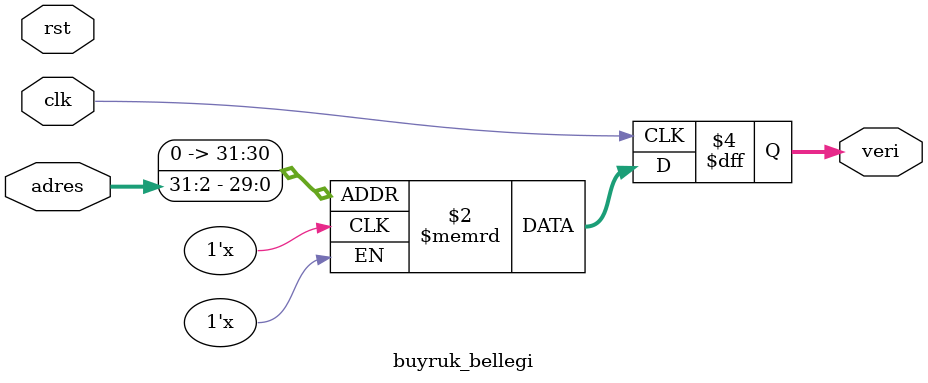
<source format=v>
`timescale 1ns / 1ps


module buyruk_bellegi(
    input clk, rst,
    input [31:0] adres,
    output reg [31:0] veri
    );

    reg [31:0] buyruk_bellek [127:0];

    always @(posedge clk) begin
        veri <= buyruk_bellek[adres >> 2];
    end

endmodule

</source>
